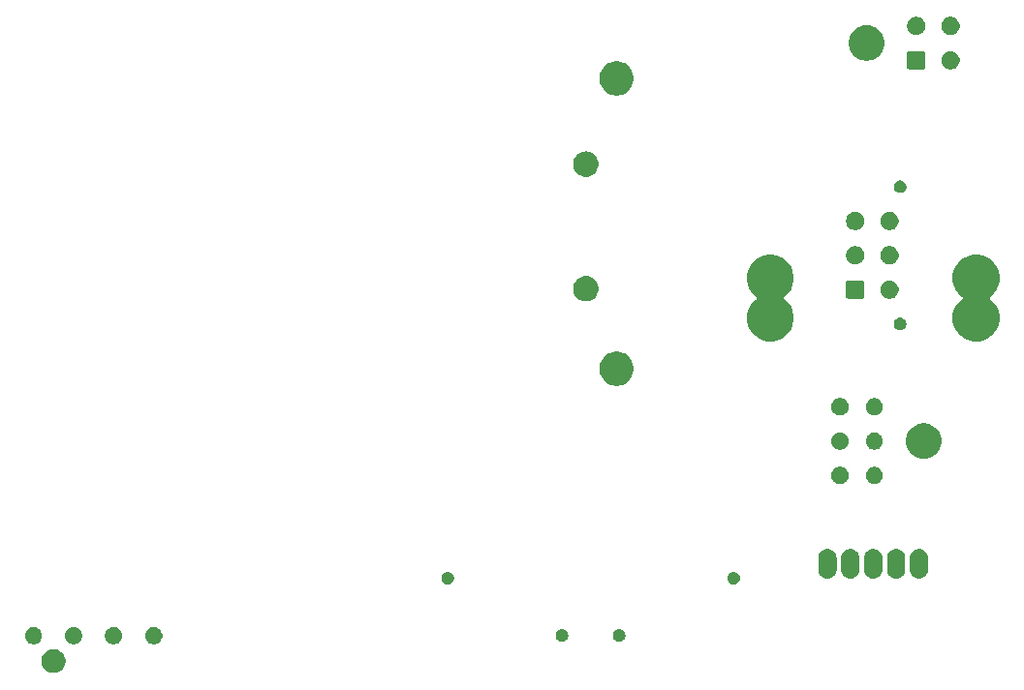
<source format=gbs>
G04 #@! TF.GenerationSoftware,KiCad,Pcbnew,5.1.4-e60b266~84~ubuntu18.04.1*
G04 #@! TF.CreationDate,2020-01-06T17:57:10-05:00*
G04 #@! TF.ProjectId,AIR_MINUS,4149525f-4d49-44e5-9553-2e6b69636164,rev?*
G04 #@! TF.SameCoordinates,Original*
G04 #@! TF.FileFunction,Soldermask,Bot*
G04 #@! TF.FilePolarity,Negative*
%FSLAX46Y46*%
G04 Gerber Fmt 4.6, Leading zero omitted, Abs format (unit mm)*
G04 Created by KiCad (PCBNEW 5.1.4-e60b266~84~ubuntu18.04.1) date 2020-01-06 17:57:10*
%MOMM*%
%LPD*%
G04 APERTURE LIST*
%ADD10C,0.100000*%
G04 APERTURE END LIST*
D10*
G36*
X68025393Y-177047324D02*
G01*
X68214933Y-177125834D01*
X68214935Y-177125835D01*
X68385517Y-177239814D01*
X68530586Y-177384883D01*
X68644566Y-177555467D01*
X68723076Y-177745007D01*
X68763100Y-177946220D01*
X68763100Y-178151380D01*
X68723076Y-178352593D01*
X68644566Y-178542133D01*
X68644565Y-178542135D01*
X68530586Y-178712717D01*
X68385517Y-178857786D01*
X68214935Y-178971765D01*
X68214934Y-178971766D01*
X68214933Y-178971766D01*
X68025393Y-179050276D01*
X67824180Y-179090300D01*
X67619020Y-179090300D01*
X67417807Y-179050276D01*
X67228267Y-178971766D01*
X67228266Y-178971766D01*
X67228265Y-178971765D01*
X67057683Y-178857786D01*
X66912614Y-178712717D01*
X66798635Y-178542135D01*
X66798634Y-178542133D01*
X66720124Y-178352593D01*
X66680100Y-178151380D01*
X66680100Y-177946220D01*
X66720124Y-177745007D01*
X66798634Y-177555467D01*
X66912614Y-177384883D01*
X67057683Y-177239814D01*
X67228265Y-177125835D01*
X67228267Y-177125834D01*
X67417807Y-177047324D01*
X67619020Y-177007300D01*
X67824180Y-177007300D01*
X68025393Y-177047324D01*
X68025393Y-177047324D01*
G37*
G36*
X76566025Y-175073399D02*
G01*
X76690221Y-175098102D01*
X76826622Y-175154601D01*
X76949379Y-175236625D01*
X77053775Y-175341021D01*
X77135799Y-175463778D01*
X77192298Y-175600179D01*
X77221100Y-175744981D01*
X77221100Y-175892619D01*
X77192298Y-176037421D01*
X77135799Y-176173822D01*
X77053775Y-176296579D01*
X76949379Y-176400975D01*
X76826622Y-176482999D01*
X76690221Y-176539498D01*
X76566025Y-176564201D01*
X76545420Y-176568300D01*
X76397780Y-176568300D01*
X76377175Y-176564201D01*
X76252979Y-176539498D01*
X76116578Y-176482999D01*
X75993821Y-176400975D01*
X75889425Y-176296579D01*
X75807401Y-176173822D01*
X75750902Y-176037421D01*
X75722100Y-175892619D01*
X75722100Y-175744981D01*
X75750902Y-175600179D01*
X75807401Y-175463778D01*
X75889425Y-175341021D01*
X75993821Y-175236625D01*
X76116578Y-175154601D01*
X76252979Y-175098102D01*
X76377175Y-175073399D01*
X76397780Y-175069300D01*
X76545420Y-175069300D01*
X76566025Y-175073399D01*
X76566025Y-175073399D01*
G37*
G36*
X69566025Y-175073399D02*
G01*
X69690221Y-175098102D01*
X69826622Y-175154601D01*
X69949379Y-175236625D01*
X70053775Y-175341021D01*
X70135799Y-175463778D01*
X70192298Y-175600179D01*
X70221100Y-175744981D01*
X70221100Y-175892619D01*
X70192298Y-176037421D01*
X70135799Y-176173822D01*
X70053775Y-176296579D01*
X69949379Y-176400975D01*
X69826622Y-176482999D01*
X69690221Y-176539498D01*
X69566025Y-176564201D01*
X69545420Y-176568300D01*
X69397780Y-176568300D01*
X69377175Y-176564201D01*
X69252979Y-176539498D01*
X69116578Y-176482999D01*
X68993821Y-176400975D01*
X68889425Y-176296579D01*
X68807401Y-176173822D01*
X68750902Y-176037421D01*
X68722100Y-175892619D01*
X68722100Y-175744981D01*
X68750902Y-175600179D01*
X68807401Y-175463778D01*
X68889425Y-175341021D01*
X68993821Y-175236625D01*
X69116578Y-175154601D01*
X69252979Y-175098102D01*
X69377175Y-175073399D01*
X69397780Y-175069300D01*
X69545420Y-175069300D01*
X69566025Y-175073399D01*
X69566025Y-175073399D01*
G37*
G36*
X73066025Y-175073399D02*
G01*
X73190221Y-175098102D01*
X73326622Y-175154601D01*
X73449379Y-175236625D01*
X73553775Y-175341021D01*
X73635799Y-175463778D01*
X73692298Y-175600179D01*
X73721100Y-175744981D01*
X73721100Y-175892619D01*
X73692298Y-176037421D01*
X73635799Y-176173822D01*
X73553775Y-176296579D01*
X73449379Y-176400975D01*
X73326622Y-176482999D01*
X73190221Y-176539498D01*
X73066025Y-176564201D01*
X73045420Y-176568300D01*
X72897780Y-176568300D01*
X72877175Y-176564201D01*
X72752979Y-176539498D01*
X72616578Y-176482999D01*
X72493821Y-176400975D01*
X72389425Y-176296579D01*
X72307401Y-176173822D01*
X72250902Y-176037421D01*
X72222100Y-175892619D01*
X72222100Y-175744981D01*
X72250902Y-175600179D01*
X72307401Y-175463778D01*
X72389425Y-175341021D01*
X72493821Y-175236625D01*
X72616578Y-175154601D01*
X72752979Y-175098102D01*
X72877175Y-175073399D01*
X72897780Y-175069300D01*
X73045420Y-175069300D01*
X73066025Y-175073399D01*
X73066025Y-175073399D01*
G37*
G36*
X66066025Y-175073399D02*
G01*
X66190221Y-175098102D01*
X66326622Y-175154601D01*
X66449379Y-175236625D01*
X66553775Y-175341021D01*
X66635799Y-175463778D01*
X66692298Y-175600179D01*
X66721100Y-175744981D01*
X66721100Y-175892619D01*
X66692298Y-176037421D01*
X66635799Y-176173822D01*
X66553775Y-176296579D01*
X66449379Y-176400975D01*
X66326622Y-176482999D01*
X66190221Y-176539498D01*
X66066025Y-176564201D01*
X66045420Y-176568300D01*
X65897780Y-176568300D01*
X65877175Y-176564201D01*
X65752979Y-176539498D01*
X65616578Y-176482999D01*
X65493821Y-176400975D01*
X65389425Y-176296579D01*
X65307401Y-176173822D01*
X65250902Y-176037421D01*
X65222100Y-175892619D01*
X65222100Y-175744981D01*
X65250902Y-175600179D01*
X65307401Y-175463778D01*
X65389425Y-175341021D01*
X65493821Y-175236625D01*
X65616578Y-175154601D01*
X65752979Y-175098102D01*
X65877175Y-175073399D01*
X65897780Y-175069300D01*
X66045420Y-175069300D01*
X66066025Y-175073399D01*
X66066025Y-175073399D01*
G37*
G36*
X112319521Y-175259774D02*
G01*
X112419795Y-175301309D01*
X112419796Y-175301310D01*
X112510042Y-175361610D01*
X112586790Y-175438358D01*
X112586791Y-175438360D01*
X112647091Y-175528605D01*
X112688626Y-175628879D01*
X112709800Y-175735330D01*
X112709800Y-175843870D01*
X112688626Y-175950321D01*
X112647091Y-176050595D01*
X112647090Y-176050596D01*
X112586790Y-176140842D01*
X112510042Y-176217590D01*
X112464612Y-176247945D01*
X112419795Y-176277891D01*
X112319521Y-176319426D01*
X112213070Y-176340600D01*
X112104530Y-176340600D01*
X111998079Y-176319426D01*
X111897805Y-176277891D01*
X111852988Y-176247945D01*
X111807558Y-176217590D01*
X111730810Y-176140842D01*
X111670510Y-176050596D01*
X111670509Y-176050595D01*
X111628974Y-175950321D01*
X111607800Y-175843870D01*
X111607800Y-175735330D01*
X111628974Y-175628879D01*
X111670509Y-175528605D01*
X111730809Y-175438360D01*
X111730810Y-175438358D01*
X111807558Y-175361610D01*
X111897804Y-175301310D01*
X111897805Y-175301309D01*
X111998079Y-175259774D01*
X112104530Y-175238600D01*
X112213070Y-175238600D01*
X112319521Y-175259774D01*
X112319521Y-175259774D01*
G37*
G36*
X117319521Y-175259774D02*
G01*
X117419795Y-175301309D01*
X117419796Y-175301310D01*
X117510042Y-175361610D01*
X117586790Y-175438358D01*
X117586791Y-175438360D01*
X117647091Y-175528605D01*
X117688626Y-175628879D01*
X117709800Y-175735330D01*
X117709800Y-175843870D01*
X117688626Y-175950321D01*
X117647091Y-176050595D01*
X117647090Y-176050596D01*
X117586790Y-176140842D01*
X117510042Y-176217590D01*
X117464612Y-176247945D01*
X117419795Y-176277891D01*
X117319521Y-176319426D01*
X117213070Y-176340600D01*
X117104530Y-176340600D01*
X116998079Y-176319426D01*
X116897805Y-176277891D01*
X116852988Y-176247945D01*
X116807558Y-176217590D01*
X116730810Y-176140842D01*
X116670510Y-176050596D01*
X116670509Y-176050595D01*
X116628974Y-175950321D01*
X116607800Y-175843870D01*
X116607800Y-175735330D01*
X116628974Y-175628879D01*
X116670509Y-175528605D01*
X116730809Y-175438360D01*
X116730810Y-175438358D01*
X116807558Y-175361610D01*
X116897804Y-175301310D01*
X116897805Y-175301309D01*
X116998079Y-175259774D01*
X117104530Y-175238600D01*
X117213070Y-175238600D01*
X117319521Y-175259774D01*
X117319521Y-175259774D01*
G37*
G36*
X127319521Y-170259774D02*
G01*
X127419795Y-170301309D01*
X127419796Y-170301310D01*
X127510042Y-170361610D01*
X127586790Y-170438358D01*
X127586791Y-170438360D01*
X127647091Y-170528605D01*
X127688626Y-170628879D01*
X127709800Y-170735330D01*
X127709800Y-170843870D01*
X127688626Y-170950321D01*
X127647091Y-171050595D01*
X127647090Y-171050596D01*
X127586790Y-171140842D01*
X127510042Y-171217590D01*
X127464612Y-171247945D01*
X127419795Y-171277891D01*
X127319521Y-171319426D01*
X127213070Y-171340600D01*
X127104530Y-171340600D01*
X126998079Y-171319426D01*
X126897805Y-171277891D01*
X126852988Y-171247945D01*
X126807558Y-171217590D01*
X126730810Y-171140842D01*
X126670510Y-171050596D01*
X126670509Y-171050595D01*
X126628974Y-170950321D01*
X126607800Y-170843870D01*
X126607800Y-170735330D01*
X126628974Y-170628879D01*
X126670509Y-170528605D01*
X126730809Y-170438360D01*
X126730810Y-170438358D01*
X126807558Y-170361610D01*
X126897804Y-170301310D01*
X126897805Y-170301309D01*
X126998079Y-170259774D01*
X127104530Y-170238600D01*
X127213070Y-170238600D01*
X127319521Y-170259774D01*
X127319521Y-170259774D01*
G37*
G36*
X102319521Y-170259774D02*
G01*
X102419795Y-170301309D01*
X102419796Y-170301310D01*
X102510042Y-170361610D01*
X102586790Y-170438358D01*
X102586791Y-170438360D01*
X102647091Y-170528605D01*
X102688626Y-170628879D01*
X102709800Y-170735330D01*
X102709800Y-170843870D01*
X102688626Y-170950321D01*
X102647091Y-171050595D01*
X102647090Y-171050596D01*
X102586790Y-171140842D01*
X102510042Y-171217590D01*
X102464612Y-171247945D01*
X102419795Y-171277891D01*
X102319521Y-171319426D01*
X102213070Y-171340600D01*
X102104530Y-171340600D01*
X101998079Y-171319426D01*
X101897805Y-171277891D01*
X101852988Y-171247945D01*
X101807558Y-171217590D01*
X101730810Y-171140842D01*
X101670510Y-171050596D01*
X101670509Y-171050595D01*
X101628974Y-170950321D01*
X101607800Y-170843870D01*
X101607800Y-170735330D01*
X101628974Y-170628879D01*
X101670509Y-170528605D01*
X101730809Y-170438360D01*
X101730810Y-170438358D01*
X101807558Y-170361610D01*
X101897804Y-170301310D01*
X101897805Y-170301309D01*
X101998079Y-170259774D01*
X102104530Y-170238600D01*
X102213070Y-170238600D01*
X102319521Y-170259774D01*
X102319521Y-170259774D01*
G37*
G36*
X139509823Y-168236590D02*
G01*
X139610482Y-168267125D01*
X139660813Y-168282392D01*
X139799965Y-168356771D01*
X139921933Y-168456867D01*
X140022029Y-168578835D01*
X140096408Y-168717987D01*
X140096408Y-168717988D01*
X140142210Y-168868977D01*
X140153800Y-168986655D01*
X140153800Y-170065345D01*
X140142210Y-170183023D01*
X140111675Y-170283682D01*
X140096408Y-170334013D01*
X140081657Y-170361609D01*
X140022029Y-170473165D01*
X139921933Y-170595133D01*
X139799964Y-170695229D01*
X139660812Y-170769608D01*
X139610481Y-170784875D01*
X139509822Y-170815410D01*
X139352800Y-170830875D01*
X139195777Y-170815410D01*
X139095118Y-170784875D01*
X139044787Y-170769608D01*
X138905635Y-170695229D01*
X138783667Y-170595133D01*
X138683571Y-170473164D01*
X138609193Y-170334013D01*
X138609192Y-170334012D01*
X138586673Y-170259775D01*
X138563390Y-170183022D01*
X138551800Y-170065344D01*
X138551801Y-168986655D01*
X138563391Y-168868977D01*
X138609193Y-168717988D01*
X138609193Y-168717987D01*
X138683572Y-168578835D01*
X138783668Y-168456867D01*
X138905636Y-168356771D01*
X139044788Y-168282392D01*
X139095119Y-168267125D01*
X139195778Y-168236590D01*
X139352800Y-168221125D01*
X139509823Y-168236590D01*
X139509823Y-168236590D01*
G37*
G36*
X135509823Y-168236590D02*
G01*
X135610482Y-168267125D01*
X135660813Y-168282392D01*
X135799965Y-168356771D01*
X135921933Y-168456867D01*
X136022029Y-168578835D01*
X136096408Y-168717987D01*
X136096408Y-168717988D01*
X136142210Y-168868977D01*
X136153800Y-168986655D01*
X136153800Y-170065345D01*
X136142210Y-170183023D01*
X136111675Y-170283682D01*
X136096408Y-170334013D01*
X136081657Y-170361609D01*
X136022029Y-170473165D01*
X135921933Y-170595133D01*
X135799964Y-170695229D01*
X135660812Y-170769608D01*
X135610481Y-170784875D01*
X135509822Y-170815410D01*
X135352800Y-170830875D01*
X135195777Y-170815410D01*
X135095118Y-170784875D01*
X135044787Y-170769608D01*
X134905635Y-170695229D01*
X134783667Y-170595133D01*
X134683571Y-170473164D01*
X134609193Y-170334013D01*
X134609192Y-170334012D01*
X134586673Y-170259775D01*
X134563390Y-170183022D01*
X134551800Y-170065344D01*
X134551801Y-168986655D01*
X134563391Y-168868977D01*
X134609193Y-168717988D01*
X134609193Y-168717987D01*
X134683572Y-168578835D01*
X134783668Y-168456867D01*
X134905636Y-168356771D01*
X135044788Y-168282392D01*
X135095119Y-168267125D01*
X135195778Y-168236590D01*
X135352800Y-168221125D01*
X135509823Y-168236590D01*
X135509823Y-168236590D01*
G37*
G36*
X137509823Y-168236590D02*
G01*
X137610482Y-168267125D01*
X137660813Y-168282392D01*
X137799965Y-168356771D01*
X137921933Y-168456867D01*
X138022029Y-168578835D01*
X138096408Y-168717987D01*
X138096408Y-168717988D01*
X138142210Y-168868977D01*
X138153800Y-168986655D01*
X138153800Y-170065345D01*
X138142210Y-170183023D01*
X138111675Y-170283682D01*
X138096408Y-170334013D01*
X138081657Y-170361609D01*
X138022029Y-170473165D01*
X137921933Y-170595133D01*
X137799964Y-170695229D01*
X137660812Y-170769608D01*
X137610481Y-170784875D01*
X137509822Y-170815410D01*
X137352800Y-170830875D01*
X137195777Y-170815410D01*
X137095118Y-170784875D01*
X137044787Y-170769608D01*
X136905635Y-170695229D01*
X136783667Y-170595133D01*
X136683571Y-170473164D01*
X136609193Y-170334013D01*
X136609192Y-170334012D01*
X136586673Y-170259775D01*
X136563390Y-170183022D01*
X136551800Y-170065344D01*
X136551801Y-168986655D01*
X136563391Y-168868977D01*
X136609193Y-168717988D01*
X136609193Y-168717987D01*
X136683572Y-168578835D01*
X136783668Y-168456867D01*
X136905636Y-168356771D01*
X137044788Y-168282392D01*
X137095119Y-168267125D01*
X137195778Y-168236590D01*
X137352800Y-168221125D01*
X137509823Y-168236590D01*
X137509823Y-168236590D01*
G37*
G36*
X141509823Y-168236590D02*
G01*
X141610482Y-168267125D01*
X141660813Y-168282392D01*
X141799965Y-168356771D01*
X141921933Y-168456867D01*
X142022029Y-168578835D01*
X142096408Y-168717987D01*
X142096408Y-168717988D01*
X142142210Y-168868977D01*
X142153800Y-168986655D01*
X142153800Y-170065345D01*
X142142210Y-170183023D01*
X142111675Y-170283682D01*
X142096408Y-170334013D01*
X142081657Y-170361609D01*
X142022029Y-170473165D01*
X141921933Y-170595133D01*
X141799964Y-170695229D01*
X141660812Y-170769608D01*
X141610481Y-170784875D01*
X141509822Y-170815410D01*
X141352800Y-170830875D01*
X141195777Y-170815410D01*
X141095118Y-170784875D01*
X141044787Y-170769608D01*
X140905635Y-170695229D01*
X140783667Y-170595133D01*
X140683571Y-170473164D01*
X140609193Y-170334013D01*
X140609192Y-170334012D01*
X140586673Y-170259775D01*
X140563390Y-170183022D01*
X140551800Y-170065344D01*
X140551801Y-168986655D01*
X140563391Y-168868977D01*
X140609193Y-168717988D01*
X140609193Y-168717987D01*
X140683572Y-168578835D01*
X140783668Y-168456867D01*
X140905636Y-168356771D01*
X141044788Y-168282392D01*
X141095119Y-168267125D01*
X141195778Y-168236590D01*
X141352800Y-168221125D01*
X141509823Y-168236590D01*
X141509823Y-168236590D01*
G37*
G36*
X143509823Y-168236590D02*
G01*
X143610482Y-168267125D01*
X143660813Y-168282392D01*
X143799965Y-168356771D01*
X143921933Y-168456867D01*
X144022029Y-168578835D01*
X144096408Y-168717987D01*
X144096408Y-168717988D01*
X144142210Y-168868977D01*
X144153800Y-168986655D01*
X144153800Y-170065345D01*
X144142210Y-170183023D01*
X144111675Y-170283682D01*
X144096408Y-170334013D01*
X144081657Y-170361609D01*
X144022029Y-170473165D01*
X143921933Y-170595133D01*
X143799964Y-170695229D01*
X143660812Y-170769608D01*
X143610481Y-170784875D01*
X143509822Y-170815410D01*
X143352800Y-170830875D01*
X143195777Y-170815410D01*
X143095118Y-170784875D01*
X143044787Y-170769608D01*
X142905635Y-170695229D01*
X142783667Y-170595133D01*
X142683571Y-170473164D01*
X142609193Y-170334013D01*
X142609192Y-170334012D01*
X142586673Y-170259775D01*
X142563390Y-170183022D01*
X142551800Y-170065344D01*
X142551801Y-168986655D01*
X142563391Y-168868977D01*
X142609193Y-168717988D01*
X142609193Y-168717987D01*
X142683572Y-168578835D01*
X142783668Y-168456867D01*
X142905636Y-168356771D01*
X143044788Y-168282392D01*
X143095119Y-168267125D01*
X143195778Y-168236590D01*
X143352800Y-168221125D01*
X143509823Y-168236590D01*
X143509823Y-168236590D01*
G37*
G36*
X139663059Y-161078660D02*
G01*
X139799732Y-161135272D01*
X139922735Y-161217460D01*
X140027340Y-161322065D01*
X140109528Y-161445068D01*
X140166140Y-161581741D01*
X140195000Y-161726833D01*
X140195000Y-161874767D01*
X140166140Y-162019859D01*
X140109528Y-162156532D01*
X140027340Y-162279535D01*
X139922735Y-162384140D01*
X139799732Y-162466328D01*
X139799731Y-162466329D01*
X139799730Y-162466329D01*
X139663059Y-162522940D01*
X139517968Y-162551800D01*
X139370032Y-162551800D01*
X139224941Y-162522940D01*
X139088270Y-162466329D01*
X139088269Y-162466329D01*
X139088268Y-162466328D01*
X138965265Y-162384140D01*
X138860660Y-162279535D01*
X138778472Y-162156532D01*
X138721860Y-162019859D01*
X138693000Y-161874767D01*
X138693000Y-161726833D01*
X138721860Y-161581741D01*
X138778472Y-161445068D01*
X138860660Y-161322065D01*
X138965265Y-161217460D01*
X139088268Y-161135272D01*
X139224941Y-161078660D01*
X139370032Y-161049800D01*
X139517968Y-161049800D01*
X139663059Y-161078660D01*
X139663059Y-161078660D01*
G37*
G36*
X136663059Y-161078660D02*
G01*
X136799732Y-161135272D01*
X136922735Y-161217460D01*
X137027340Y-161322065D01*
X137109528Y-161445068D01*
X137166140Y-161581741D01*
X137195000Y-161726833D01*
X137195000Y-161874767D01*
X137166140Y-162019859D01*
X137109528Y-162156532D01*
X137027340Y-162279535D01*
X136922735Y-162384140D01*
X136799732Y-162466328D01*
X136799731Y-162466329D01*
X136799730Y-162466329D01*
X136663059Y-162522940D01*
X136517968Y-162551800D01*
X136370032Y-162551800D01*
X136224941Y-162522940D01*
X136088270Y-162466329D01*
X136088269Y-162466329D01*
X136088268Y-162466328D01*
X135965265Y-162384140D01*
X135860660Y-162279535D01*
X135778472Y-162156532D01*
X135721860Y-162019859D01*
X135693000Y-161874767D01*
X135693000Y-161726833D01*
X135721860Y-161581741D01*
X135778472Y-161445068D01*
X135860660Y-161322065D01*
X135965265Y-161217460D01*
X136088268Y-161135272D01*
X136224941Y-161078660D01*
X136370032Y-161049800D01*
X136517968Y-161049800D01*
X136663059Y-161078660D01*
X136663059Y-161078660D01*
G37*
G36*
X144066585Y-157279602D02*
G01*
X144216410Y-157309404D01*
X144498674Y-157426321D01*
X144752705Y-157596059D01*
X144968741Y-157812095D01*
X145138479Y-158066126D01*
X145255396Y-158348390D01*
X145315000Y-158648040D01*
X145315000Y-158953560D01*
X145255396Y-159253210D01*
X145138479Y-159535474D01*
X144968741Y-159789505D01*
X144752705Y-160005541D01*
X144498674Y-160175279D01*
X144216410Y-160292196D01*
X144066585Y-160321998D01*
X143916761Y-160351800D01*
X143611239Y-160351800D01*
X143461415Y-160321998D01*
X143311590Y-160292196D01*
X143029326Y-160175279D01*
X142775295Y-160005541D01*
X142559259Y-159789505D01*
X142389521Y-159535474D01*
X142272604Y-159253210D01*
X142213000Y-158953560D01*
X142213000Y-158648040D01*
X142272604Y-158348390D01*
X142389521Y-158066126D01*
X142559259Y-157812095D01*
X142775295Y-157596059D01*
X143029326Y-157426321D01*
X143311590Y-157309404D01*
X143461415Y-157279602D01*
X143611239Y-157249800D01*
X143916761Y-157249800D01*
X144066585Y-157279602D01*
X144066585Y-157279602D01*
G37*
G36*
X139663059Y-158078660D02*
G01*
X139799732Y-158135272D01*
X139922735Y-158217460D01*
X140027340Y-158322065D01*
X140044930Y-158348391D01*
X140109529Y-158445070D01*
X140166140Y-158581741D01*
X140195000Y-158726832D01*
X140195000Y-158874768D01*
X140179327Y-158953561D01*
X140166140Y-159019859D01*
X140109528Y-159156532D01*
X140027340Y-159279535D01*
X139922735Y-159384140D01*
X139799732Y-159466328D01*
X139799731Y-159466329D01*
X139799730Y-159466329D01*
X139663059Y-159522940D01*
X139517968Y-159551800D01*
X139370032Y-159551800D01*
X139224941Y-159522940D01*
X139088270Y-159466329D01*
X139088269Y-159466329D01*
X139088268Y-159466328D01*
X138965265Y-159384140D01*
X138860660Y-159279535D01*
X138778472Y-159156532D01*
X138721860Y-159019859D01*
X138708673Y-158953561D01*
X138693000Y-158874768D01*
X138693000Y-158726832D01*
X138721860Y-158581741D01*
X138778471Y-158445070D01*
X138843070Y-158348391D01*
X138860660Y-158322065D01*
X138965265Y-158217460D01*
X139088268Y-158135272D01*
X139224941Y-158078660D01*
X139370032Y-158049800D01*
X139517968Y-158049800D01*
X139663059Y-158078660D01*
X139663059Y-158078660D01*
G37*
G36*
X136663059Y-158078660D02*
G01*
X136799732Y-158135272D01*
X136922735Y-158217460D01*
X137027340Y-158322065D01*
X137044930Y-158348391D01*
X137109529Y-158445070D01*
X137166140Y-158581741D01*
X137195000Y-158726832D01*
X137195000Y-158874768D01*
X137179327Y-158953561D01*
X137166140Y-159019859D01*
X137109528Y-159156532D01*
X137027340Y-159279535D01*
X136922735Y-159384140D01*
X136799732Y-159466328D01*
X136799731Y-159466329D01*
X136799730Y-159466329D01*
X136663059Y-159522940D01*
X136517968Y-159551800D01*
X136370032Y-159551800D01*
X136224941Y-159522940D01*
X136088270Y-159466329D01*
X136088269Y-159466329D01*
X136088268Y-159466328D01*
X135965265Y-159384140D01*
X135860660Y-159279535D01*
X135778472Y-159156532D01*
X135721860Y-159019859D01*
X135708673Y-158953561D01*
X135693000Y-158874768D01*
X135693000Y-158726832D01*
X135721860Y-158581741D01*
X135778471Y-158445070D01*
X135843070Y-158348391D01*
X135860660Y-158322065D01*
X135965265Y-158217460D01*
X136088268Y-158135272D01*
X136224941Y-158078660D01*
X136370032Y-158049800D01*
X136517968Y-158049800D01*
X136663059Y-158078660D01*
X136663059Y-158078660D01*
G37*
G36*
X139663059Y-155078660D02*
G01*
X139799732Y-155135272D01*
X139922735Y-155217460D01*
X140027340Y-155322065D01*
X140109528Y-155445068D01*
X140166140Y-155581741D01*
X140195000Y-155726833D01*
X140195000Y-155874767D01*
X140166140Y-156019859D01*
X140109528Y-156156532D01*
X140027340Y-156279535D01*
X139922735Y-156384140D01*
X139799732Y-156466328D01*
X139799731Y-156466329D01*
X139799730Y-156466329D01*
X139663059Y-156522940D01*
X139517968Y-156551800D01*
X139370032Y-156551800D01*
X139224941Y-156522940D01*
X139088270Y-156466329D01*
X139088269Y-156466329D01*
X139088268Y-156466328D01*
X138965265Y-156384140D01*
X138860660Y-156279535D01*
X138778472Y-156156532D01*
X138721860Y-156019859D01*
X138693000Y-155874767D01*
X138693000Y-155726833D01*
X138721860Y-155581741D01*
X138778472Y-155445068D01*
X138860660Y-155322065D01*
X138965265Y-155217460D01*
X139088268Y-155135272D01*
X139224941Y-155078660D01*
X139370032Y-155049800D01*
X139517968Y-155049800D01*
X139663059Y-155078660D01*
X139663059Y-155078660D01*
G37*
G36*
X136663059Y-155078660D02*
G01*
X136799732Y-155135272D01*
X136922735Y-155217460D01*
X137027340Y-155322065D01*
X137109528Y-155445068D01*
X137166140Y-155581741D01*
X137195000Y-155726833D01*
X137195000Y-155874767D01*
X137166140Y-156019859D01*
X137109528Y-156156532D01*
X137027340Y-156279535D01*
X136922735Y-156384140D01*
X136799732Y-156466328D01*
X136799731Y-156466329D01*
X136799730Y-156466329D01*
X136663059Y-156522940D01*
X136517968Y-156551800D01*
X136370032Y-156551800D01*
X136224941Y-156522940D01*
X136088270Y-156466329D01*
X136088269Y-156466329D01*
X136088268Y-156466328D01*
X135965265Y-156384140D01*
X135860660Y-156279535D01*
X135778472Y-156156532D01*
X135721860Y-156019859D01*
X135693000Y-155874767D01*
X135693000Y-155726833D01*
X135721860Y-155581741D01*
X135778472Y-155445068D01*
X135860660Y-155322065D01*
X135965265Y-155217460D01*
X136088268Y-155135272D01*
X136224941Y-155078660D01*
X136370032Y-155049800D01*
X136517968Y-155049800D01*
X136663059Y-155078660D01*
X136663059Y-155078660D01*
G37*
G36*
X117212031Y-151004041D02*
G01*
X117357026Y-151032882D01*
X117470174Y-151079750D01*
X117630189Y-151146030D01*
X117630190Y-151146031D01*
X117876032Y-151310297D01*
X118085103Y-151519368D01*
X118085104Y-151519370D01*
X118249370Y-151765211D01*
X118362518Y-152038375D01*
X118420200Y-152328363D01*
X118420200Y-152624037D01*
X118362518Y-152914025D01*
X118249370Y-153187189D01*
X118249369Y-153187190D01*
X118085103Y-153433032D01*
X117876032Y-153642103D01*
X117752276Y-153724794D01*
X117630189Y-153806370D01*
X117470174Y-153872650D01*
X117357026Y-153919518D01*
X117212031Y-153948359D01*
X117067037Y-153977200D01*
X116771363Y-153977200D01*
X116626369Y-153948359D01*
X116481374Y-153919518D01*
X116368226Y-153872650D01*
X116208211Y-153806370D01*
X116086124Y-153724794D01*
X115962368Y-153642103D01*
X115753297Y-153433032D01*
X115589031Y-153187190D01*
X115589030Y-153187189D01*
X115475882Y-152914025D01*
X115418200Y-152624037D01*
X115418200Y-152328363D01*
X115475882Y-152038375D01*
X115589030Y-151765211D01*
X115753296Y-151519370D01*
X115753297Y-151519368D01*
X115962368Y-151310297D01*
X116208210Y-151146031D01*
X116208211Y-151146030D01*
X116368226Y-151079750D01*
X116481374Y-151032882D01*
X116626369Y-151004041D01*
X116771363Y-150975200D01*
X117067037Y-150975200D01*
X117212031Y-151004041D01*
X117212031Y-151004041D01*
G37*
G36*
X130951054Y-142553818D02*
G01*
X131112987Y-142620893D01*
X131324313Y-142708427D01*
X131643070Y-142921414D01*
X131660236Y-142932884D01*
X131945916Y-143218564D01*
X132170374Y-143554489D01*
X132324982Y-143927746D01*
X132403800Y-144323993D01*
X132403800Y-144728007D01*
X132324982Y-145124254D01*
X132184624Y-145463108D01*
X132170373Y-145497513D01*
X132087933Y-145620893D01*
X131945916Y-145833436D01*
X131660234Y-146119118D01*
X131580990Y-146172067D01*
X131562048Y-146187612D01*
X131546502Y-146206554D01*
X131534951Y-146228165D01*
X131527838Y-146251614D01*
X131525436Y-146276000D01*
X131527838Y-146300386D01*
X131534951Y-146323835D01*
X131546502Y-146345445D01*
X131562047Y-146364387D01*
X131580990Y-146379933D01*
X131660234Y-146432882D01*
X131945916Y-146718564D01*
X132170374Y-147054489D01*
X132324982Y-147427746D01*
X132403800Y-147823993D01*
X132403800Y-148228007D01*
X132324982Y-148624254D01*
X132181773Y-148969991D01*
X132170373Y-148997513D01*
X131945916Y-149333436D01*
X131660236Y-149619116D01*
X131324313Y-149843573D01*
X131324312Y-149843574D01*
X131324311Y-149843574D01*
X130951054Y-149998182D01*
X130554807Y-150077000D01*
X130150793Y-150077000D01*
X129754546Y-149998182D01*
X129381289Y-149843574D01*
X129381288Y-149843574D01*
X129381287Y-149843573D01*
X129045364Y-149619116D01*
X128759684Y-149333436D01*
X128535227Y-148997513D01*
X128523827Y-148969991D01*
X128380618Y-148624254D01*
X128301800Y-148228007D01*
X128301800Y-147823993D01*
X128380618Y-147427746D01*
X128535226Y-147054489D01*
X128759684Y-146718564D01*
X129045366Y-146432882D01*
X129124610Y-146379933D01*
X129143552Y-146364388D01*
X129159098Y-146345446D01*
X129170649Y-146323835D01*
X129177762Y-146300386D01*
X129180164Y-146276000D01*
X129177762Y-146251614D01*
X129170649Y-146228165D01*
X129159098Y-146206555D01*
X129143553Y-146187613D01*
X129124610Y-146172067D01*
X129045366Y-146119118D01*
X128759684Y-145833436D01*
X128617667Y-145620893D01*
X128535227Y-145497513D01*
X128520976Y-145463108D01*
X128380618Y-145124254D01*
X128301800Y-144728007D01*
X128301800Y-144323993D01*
X128380618Y-143927746D01*
X128535226Y-143554489D01*
X128759684Y-143218564D01*
X129045364Y-142932884D01*
X129062530Y-142921414D01*
X129381287Y-142708427D01*
X129592613Y-142620893D01*
X129754546Y-142553818D01*
X130150793Y-142475000D01*
X130554807Y-142475000D01*
X130951054Y-142553818D01*
X130951054Y-142553818D01*
G37*
G36*
X148951054Y-142553818D02*
G01*
X149112987Y-142620893D01*
X149324313Y-142708427D01*
X149643070Y-142921414D01*
X149660236Y-142932884D01*
X149945916Y-143218564D01*
X150170374Y-143554489D01*
X150324982Y-143927746D01*
X150403800Y-144323993D01*
X150403800Y-144728007D01*
X150324982Y-145124254D01*
X150184624Y-145463108D01*
X150170373Y-145497513D01*
X150087933Y-145620893D01*
X149945916Y-145833436D01*
X149660234Y-146119118D01*
X149580990Y-146172067D01*
X149562048Y-146187612D01*
X149546502Y-146206554D01*
X149534951Y-146228165D01*
X149527838Y-146251614D01*
X149525436Y-146276000D01*
X149527838Y-146300386D01*
X149534951Y-146323835D01*
X149546502Y-146345445D01*
X149562047Y-146364387D01*
X149580990Y-146379933D01*
X149660234Y-146432882D01*
X149945916Y-146718564D01*
X150170374Y-147054489D01*
X150324982Y-147427746D01*
X150403800Y-147823993D01*
X150403800Y-148228007D01*
X150324982Y-148624254D01*
X150181773Y-148969991D01*
X150170373Y-148997513D01*
X149945916Y-149333436D01*
X149660236Y-149619116D01*
X149324313Y-149843573D01*
X149324312Y-149843574D01*
X149324311Y-149843574D01*
X148951054Y-149998182D01*
X148554807Y-150077000D01*
X148150793Y-150077000D01*
X147754546Y-149998182D01*
X147381289Y-149843574D01*
X147381288Y-149843574D01*
X147381287Y-149843573D01*
X147045364Y-149619116D01*
X146759684Y-149333436D01*
X146535227Y-148997513D01*
X146523827Y-148969991D01*
X146380618Y-148624254D01*
X146301800Y-148228007D01*
X146301800Y-147823993D01*
X146380618Y-147427746D01*
X146535226Y-147054489D01*
X146759684Y-146718564D01*
X147045366Y-146432882D01*
X147124610Y-146379933D01*
X147143552Y-146364388D01*
X147159098Y-146345446D01*
X147170649Y-146323835D01*
X147177762Y-146300386D01*
X147180164Y-146276000D01*
X147177762Y-146251614D01*
X147170649Y-146228165D01*
X147159098Y-146206555D01*
X147143553Y-146187613D01*
X147124610Y-146172067D01*
X147045366Y-146119118D01*
X146759684Y-145833436D01*
X146617667Y-145620893D01*
X146535227Y-145497513D01*
X146520976Y-145463108D01*
X146380618Y-145124254D01*
X146301800Y-144728007D01*
X146301800Y-144323993D01*
X146380618Y-143927746D01*
X146535226Y-143554489D01*
X146759684Y-143218564D01*
X147045364Y-142932884D01*
X147062530Y-142921414D01*
X147381287Y-142708427D01*
X147592613Y-142620893D01*
X147754546Y-142553818D01*
X148150793Y-142475000D01*
X148554807Y-142475000D01*
X148951054Y-142553818D01*
X148951054Y-142553818D01*
G37*
G36*
X141870321Y-148012174D02*
G01*
X141970595Y-148053709D01*
X141970596Y-148053710D01*
X142060842Y-148114010D01*
X142137590Y-148190758D01*
X142137591Y-148190760D01*
X142197891Y-148281005D01*
X142239426Y-148381279D01*
X142260600Y-148487730D01*
X142260600Y-148596270D01*
X142239426Y-148702721D01*
X142197891Y-148802995D01*
X142197890Y-148802996D01*
X142137590Y-148893242D01*
X142060842Y-148969990D01*
X142019654Y-148997511D01*
X141970595Y-149030291D01*
X141870321Y-149071826D01*
X141763870Y-149093000D01*
X141655330Y-149093000D01*
X141548879Y-149071826D01*
X141448605Y-149030291D01*
X141399546Y-148997511D01*
X141358358Y-148969990D01*
X141281610Y-148893242D01*
X141221310Y-148802996D01*
X141221309Y-148802995D01*
X141179774Y-148702721D01*
X141158600Y-148596270D01*
X141158600Y-148487730D01*
X141179774Y-148381279D01*
X141221309Y-148281005D01*
X141281609Y-148190760D01*
X141281610Y-148190758D01*
X141358358Y-148114010D01*
X141448604Y-148053710D01*
X141448605Y-148053709D01*
X141548879Y-148012174D01*
X141655330Y-147991000D01*
X141763870Y-147991000D01*
X141870321Y-148012174D01*
X141870321Y-148012174D01*
G37*
G36*
X114430172Y-144372432D02*
G01*
X114573267Y-144400895D01*
X114775456Y-144484644D01*
X114957421Y-144606230D01*
X115112170Y-144760979D01*
X115233756Y-144942944D01*
X115317505Y-145145133D01*
X115360200Y-145359776D01*
X115360200Y-145578624D01*
X115317505Y-145793267D01*
X115233756Y-145995456D01*
X115112170Y-146177421D01*
X114957421Y-146332170D01*
X114775456Y-146453756D01*
X114573267Y-146537505D01*
X114430172Y-146565968D01*
X114358625Y-146580200D01*
X114139775Y-146580200D01*
X114068228Y-146565968D01*
X113925133Y-146537505D01*
X113722944Y-146453756D01*
X113540979Y-146332170D01*
X113386230Y-146177421D01*
X113264644Y-145995456D01*
X113180895Y-145793267D01*
X113138200Y-145578624D01*
X113138200Y-145359776D01*
X113180895Y-145145133D01*
X113264644Y-144942944D01*
X113386230Y-144760979D01*
X113540979Y-144606230D01*
X113722944Y-144484644D01*
X113925133Y-144400895D01*
X114068228Y-144372432D01*
X114139775Y-144358200D01*
X114358625Y-144358200D01*
X114430172Y-144372432D01*
X114430172Y-144372432D01*
G37*
G36*
X141003242Y-144771781D02*
G01*
X141126808Y-144822964D01*
X141149016Y-144832163D01*
X141280208Y-144919822D01*
X141391778Y-145031392D01*
X141467778Y-145145135D01*
X141479438Y-145162586D01*
X141539819Y-145308358D01*
X141570600Y-145463107D01*
X141570600Y-145620893D01*
X141539819Y-145775642D01*
X141479438Y-145921414D01*
X141479437Y-145921416D01*
X141391778Y-146052608D01*
X141280208Y-146164178D01*
X141149016Y-146251837D01*
X141149015Y-146251838D01*
X141149014Y-146251838D01*
X141003242Y-146312219D01*
X140848493Y-146343000D01*
X140690707Y-146343000D01*
X140535958Y-146312219D01*
X140390186Y-146251838D01*
X140390185Y-146251838D01*
X140390184Y-146251837D01*
X140258992Y-146164178D01*
X140147422Y-146052608D01*
X140059763Y-145921416D01*
X140059762Y-145921414D01*
X139999381Y-145775642D01*
X139968600Y-145620893D01*
X139968600Y-145463107D01*
X139999381Y-145308358D01*
X140059762Y-145162586D01*
X140071422Y-145145135D01*
X140147422Y-145031392D01*
X140258992Y-144919822D01*
X140390184Y-144832163D01*
X140412392Y-144822964D01*
X140535958Y-144771781D01*
X140690707Y-144741000D01*
X140848493Y-144741000D01*
X141003242Y-144771781D01*
X141003242Y-144771781D01*
G37*
G36*
X138422648Y-144745122D02*
G01*
X138456987Y-144755539D01*
X138488636Y-144772456D01*
X138516378Y-144795222D01*
X138539144Y-144822964D01*
X138556061Y-144854613D01*
X138566478Y-144888952D01*
X138570600Y-144930807D01*
X138570600Y-146153193D01*
X138566478Y-146195048D01*
X138556061Y-146229387D01*
X138539144Y-146261036D01*
X138516378Y-146288778D01*
X138488636Y-146311544D01*
X138456987Y-146328461D01*
X138422648Y-146338878D01*
X138380793Y-146343000D01*
X137158407Y-146343000D01*
X137116552Y-146338878D01*
X137082213Y-146328461D01*
X137050564Y-146311544D01*
X137022822Y-146288778D01*
X137000056Y-146261036D01*
X136983139Y-146229387D01*
X136972722Y-146195048D01*
X136968600Y-146153193D01*
X136968600Y-144930807D01*
X136972722Y-144888952D01*
X136983139Y-144854613D01*
X137000056Y-144822964D01*
X137022822Y-144795222D01*
X137050564Y-144772456D01*
X137082213Y-144755539D01*
X137116552Y-144745122D01*
X137158407Y-144741000D01*
X138380793Y-144741000D01*
X138422648Y-144745122D01*
X138422648Y-144745122D01*
G37*
G36*
X141003242Y-141771781D02*
G01*
X141149014Y-141832162D01*
X141149016Y-141832163D01*
X141280208Y-141919822D01*
X141391778Y-142031392D01*
X141479437Y-142162584D01*
X141479438Y-142162586D01*
X141539819Y-142308358D01*
X141570600Y-142463107D01*
X141570600Y-142620893D01*
X141539819Y-142775642D01*
X141479438Y-142921414D01*
X141479437Y-142921416D01*
X141391778Y-143052608D01*
X141280208Y-143164178D01*
X141149016Y-143251837D01*
X141149015Y-143251838D01*
X141149014Y-143251838D01*
X141003242Y-143312219D01*
X140848493Y-143343000D01*
X140690707Y-143343000D01*
X140535958Y-143312219D01*
X140390186Y-143251838D01*
X140390185Y-143251838D01*
X140390184Y-143251837D01*
X140258992Y-143164178D01*
X140147422Y-143052608D01*
X140059763Y-142921416D01*
X140059762Y-142921414D01*
X139999381Y-142775642D01*
X139968600Y-142620893D01*
X139968600Y-142463107D01*
X139999381Y-142308358D01*
X140059762Y-142162586D01*
X140059763Y-142162584D01*
X140147422Y-142031392D01*
X140258992Y-141919822D01*
X140390184Y-141832163D01*
X140390186Y-141832162D01*
X140535958Y-141771781D01*
X140690707Y-141741000D01*
X140848493Y-141741000D01*
X141003242Y-141771781D01*
X141003242Y-141771781D01*
G37*
G36*
X138003242Y-141771781D02*
G01*
X138149014Y-141832162D01*
X138149016Y-141832163D01*
X138280208Y-141919822D01*
X138391778Y-142031392D01*
X138479437Y-142162584D01*
X138479438Y-142162586D01*
X138539819Y-142308358D01*
X138570600Y-142463107D01*
X138570600Y-142620893D01*
X138539819Y-142775642D01*
X138479438Y-142921414D01*
X138479437Y-142921416D01*
X138391778Y-143052608D01*
X138280208Y-143164178D01*
X138149016Y-143251837D01*
X138149015Y-143251838D01*
X138149014Y-143251838D01*
X138003242Y-143312219D01*
X137848493Y-143343000D01*
X137690707Y-143343000D01*
X137535958Y-143312219D01*
X137390186Y-143251838D01*
X137390185Y-143251838D01*
X137390184Y-143251837D01*
X137258992Y-143164178D01*
X137147422Y-143052608D01*
X137059763Y-142921416D01*
X137059762Y-142921414D01*
X136999381Y-142775642D01*
X136968600Y-142620893D01*
X136968600Y-142463107D01*
X136999381Y-142308358D01*
X137059762Y-142162586D01*
X137059763Y-142162584D01*
X137147422Y-142031392D01*
X137258992Y-141919822D01*
X137390184Y-141832163D01*
X137390186Y-141832162D01*
X137535958Y-141771781D01*
X137690707Y-141741000D01*
X137848493Y-141741000D01*
X138003242Y-141771781D01*
X138003242Y-141771781D01*
G37*
G36*
X141003242Y-138771781D02*
G01*
X141149014Y-138832162D01*
X141149016Y-138832163D01*
X141280208Y-138919822D01*
X141391778Y-139031392D01*
X141479437Y-139162584D01*
X141479438Y-139162586D01*
X141539819Y-139308358D01*
X141570600Y-139463107D01*
X141570600Y-139620893D01*
X141539819Y-139775642D01*
X141479438Y-139921414D01*
X141479437Y-139921416D01*
X141391778Y-140052608D01*
X141280208Y-140164178D01*
X141149016Y-140251837D01*
X141149015Y-140251838D01*
X141149014Y-140251838D01*
X141003242Y-140312219D01*
X140848493Y-140343000D01*
X140690707Y-140343000D01*
X140535958Y-140312219D01*
X140390186Y-140251838D01*
X140390185Y-140251838D01*
X140390184Y-140251837D01*
X140258992Y-140164178D01*
X140147422Y-140052608D01*
X140059763Y-139921416D01*
X140059762Y-139921414D01*
X139999381Y-139775642D01*
X139968600Y-139620893D01*
X139968600Y-139463107D01*
X139999381Y-139308358D01*
X140059762Y-139162586D01*
X140059763Y-139162584D01*
X140147422Y-139031392D01*
X140258992Y-138919822D01*
X140390184Y-138832163D01*
X140390186Y-138832162D01*
X140535958Y-138771781D01*
X140690707Y-138741000D01*
X140848493Y-138741000D01*
X141003242Y-138771781D01*
X141003242Y-138771781D01*
G37*
G36*
X138003242Y-138771781D02*
G01*
X138149014Y-138832162D01*
X138149016Y-138832163D01*
X138280208Y-138919822D01*
X138391778Y-139031392D01*
X138479437Y-139162584D01*
X138479438Y-139162586D01*
X138539819Y-139308358D01*
X138570600Y-139463107D01*
X138570600Y-139620893D01*
X138539819Y-139775642D01*
X138479438Y-139921414D01*
X138479437Y-139921416D01*
X138391778Y-140052608D01*
X138280208Y-140164178D01*
X138149016Y-140251837D01*
X138149015Y-140251838D01*
X138149014Y-140251838D01*
X138003242Y-140312219D01*
X137848493Y-140343000D01*
X137690707Y-140343000D01*
X137535958Y-140312219D01*
X137390186Y-140251838D01*
X137390185Y-140251838D01*
X137390184Y-140251837D01*
X137258992Y-140164178D01*
X137147422Y-140052608D01*
X137059763Y-139921416D01*
X137059762Y-139921414D01*
X136999381Y-139775642D01*
X136968600Y-139620893D01*
X136968600Y-139463107D01*
X136999381Y-139308358D01*
X137059762Y-139162586D01*
X137059763Y-139162584D01*
X137147422Y-139031392D01*
X137258992Y-138919822D01*
X137390184Y-138832163D01*
X137390186Y-138832162D01*
X137535958Y-138771781D01*
X137690707Y-138741000D01*
X137848493Y-138741000D01*
X138003242Y-138771781D01*
X138003242Y-138771781D01*
G37*
G36*
X141870321Y-136012174D02*
G01*
X141970595Y-136053709D01*
X141970596Y-136053710D01*
X142060842Y-136114010D01*
X142137590Y-136190758D01*
X142137591Y-136190760D01*
X142197891Y-136281005D01*
X142239426Y-136381279D01*
X142260600Y-136487730D01*
X142260600Y-136596270D01*
X142239426Y-136702721D01*
X142197891Y-136802995D01*
X142197890Y-136802996D01*
X142137590Y-136893242D01*
X142060842Y-136969990D01*
X142015412Y-137000345D01*
X141970595Y-137030291D01*
X141870321Y-137071826D01*
X141763870Y-137093000D01*
X141655330Y-137093000D01*
X141548879Y-137071826D01*
X141448605Y-137030291D01*
X141403788Y-137000345D01*
X141358358Y-136969990D01*
X141281610Y-136893242D01*
X141221310Y-136802996D01*
X141221309Y-136802995D01*
X141179774Y-136702721D01*
X141158600Y-136596270D01*
X141158600Y-136487730D01*
X141179774Y-136381279D01*
X141221309Y-136281005D01*
X141281609Y-136190760D01*
X141281610Y-136190758D01*
X141358358Y-136114010D01*
X141448604Y-136053710D01*
X141448605Y-136053709D01*
X141548879Y-136012174D01*
X141655330Y-135991000D01*
X141763870Y-135991000D01*
X141870321Y-136012174D01*
X141870321Y-136012174D01*
G37*
G36*
X114430172Y-133472432D02*
G01*
X114573267Y-133500895D01*
X114775456Y-133584644D01*
X114957421Y-133706230D01*
X115112170Y-133860979D01*
X115233756Y-134042944D01*
X115317505Y-134245133D01*
X115360200Y-134459776D01*
X115360200Y-134678624D01*
X115317505Y-134893267D01*
X115233756Y-135095456D01*
X115112170Y-135277421D01*
X114957421Y-135432170D01*
X114775456Y-135553756D01*
X114573267Y-135637505D01*
X114430172Y-135665968D01*
X114358625Y-135680200D01*
X114139775Y-135680200D01*
X114068228Y-135665968D01*
X113925133Y-135637505D01*
X113722944Y-135553756D01*
X113540979Y-135432170D01*
X113386230Y-135277421D01*
X113264644Y-135095456D01*
X113180895Y-134893267D01*
X113138200Y-134678624D01*
X113138200Y-134459776D01*
X113180895Y-134245133D01*
X113264644Y-134042944D01*
X113386230Y-133860979D01*
X113540979Y-133706230D01*
X113722944Y-133584644D01*
X113925133Y-133500895D01*
X114068228Y-133472432D01*
X114139775Y-133458200D01*
X114358625Y-133458200D01*
X114430172Y-133472432D01*
X114430172Y-133472432D01*
G37*
G36*
X117212031Y-125604041D02*
G01*
X117357026Y-125632882D01*
X117470174Y-125679750D01*
X117630189Y-125746030D01*
X117630190Y-125746031D01*
X117876032Y-125910297D01*
X118085103Y-126119368D01*
X118138176Y-126198798D01*
X118249370Y-126365211D01*
X118362518Y-126638375D01*
X118420200Y-126928363D01*
X118420200Y-127224037D01*
X118362518Y-127514025D01*
X118249370Y-127787189D01*
X118249369Y-127787190D01*
X118085103Y-128033032D01*
X117876032Y-128242103D01*
X117752276Y-128324794D01*
X117630189Y-128406370D01*
X117470174Y-128472650D01*
X117357026Y-128519518D01*
X117212031Y-128548359D01*
X117067037Y-128577200D01*
X116771363Y-128577200D01*
X116626369Y-128548359D01*
X116481374Y-128519518D01*
X116368226Y-128472650D01*
X116208211Y-128406370D01*
X116086124Y-128324794D01*
X115962368Y-128242103D01*
X115753297Y-128033032D01*
X115589031Y-127787190D01*
X115589030Y-127787189D01*
X115475882Y-127514025D01*
X115418200Y-127224037D01*
X115418200Y-126928363D01*
X115475882Y-126638375D01*
X115589030Y-126365211D01*
X115700224Y-126198798D01*
X115753297Y-126119368D01*
X115962368Y-125910297D01*
X116208210Y-125746031D01*
X116208211Y-125746030D01*
X116368226Y-125679750D01*
X116481374Y-125632882D01*
X116626369Y-125604041D01*
X116771363Y-125575200D01*
X117067037Y-125575200D01*
X117212031Y-125604041D01*
X117212031Y-125604041D01*
G37*
G36*
X146337242Y-124705781D02*
G01*
X146460808Y-124756964D01*
X146483016Y-124766163D01*
X146614208Y-124853822D01*
X146725778Y-124965392D01*
X146813437Y-125096584D01*
X146813438Y-125096586D01*
X146873819Y-125242358D01*
X146904600Y-125397107D01*
X146904600Y-125554893D01*
X146873819Y-125709642D01*
X146858746Y-125746031D01*
X146813437Y-125855416D01*
X146725778Y-125986608D01*
X146614208Y-126098178D01*
X146483016Y-126185837D01*
X146483015Y-126185838D01*
X146483014Y-126185838D01*
X146337242Y-126246219D01*
X146182493Y-126277000D01*
X146024707Y-126277000D01*
X145869958Y-126246219D01*
X145724186Y-126185838D01*
X145724185Y-126185838D01*
X145724184Y-126185837D01*
X145592992Y-126098178D01*
X145481422Y-125986608D01*
X145393763Y-125855416D01*
X145348454Y-125746031D01*
X145333381Y-125709642D01*
X145302600Y-125554893D01*
X145302600Y-125397107D01*
X145333381Y-125242358D01*
X145393762Y-125096586D01*
X145393763Y-125096584D01*
X145481422Y-124965392D01*
X145592992Y-124853822D01*
X145724184Y-124766163D01*
X145746392Y-124756964D01*
X145869958Y-124705781D01*
X146024707Y-124675000D01*
X146182493Y-124675000D01*
X146337242Y-124705781D01*
X146337242Y-124705781D01*
G37*
G36*
X143756648Y-124679122D02*
G01*
X143790987Y-124689539D01*
X143822636Y-124706456D01*
X143850378Y-124729222D01*
X143873144Y-124756964D01*
X143890061Y-124788613D01*
X143900478Y-124822952D01*
X143904600Y-124864807D01*
X143904600Y-126087193D01*
X143900478Y-126129048D01*
X143890061Y-126163387D01*
X143873144Y-126195036D01*
X143850378Y-126222778D01*
X143822636Y-126245544D01*
X143790987Y-126262461D01*
X143756648Y-126272878D01*
X143714793Y-126277000D01*
X142492407Y-126277000D01*
X142450552Y-126272878D01*
X142416213Y-126262461D01*
X142384564Y-126245544D01*
X142356822Y-126222778D01*
X142334056Y-126195036D01*
X142317139Y-126163387D01*
X142306722Y-126129048D01*
X142302600Y-126087193D01*
X142302600Y-124864807D01*
X142306722Y-124822952D01*
X142317139Y-124788613D01*
X142334056Y-124756964D01*
X142356822Y-124729222D01*
X142384564Y-124706456D01*
X142416213Y-124689539D01*
X142450552Y-124679122D01*
X142492407Y-124675000D01*
X143714793Y-124675000D01*
X143756648Y-124679122D01*
X143756648Y-124679122D01*
G37*
G36*
X139086185Y-122454802D02*
G01*
X139236010Y-122484604D01*
X139518274Y-122601521D01*
X139772305Y-122771259D01*
X139988341Y-122987295D01*
X140158079Y-123241326D01*
X140274996Y-123523590D01*
X140334600Y-123823240D01*
X140334600Y-124128760D01*
X140274996Y-124428410D01*
X140158079Y-124710674D01*
X139988341Y-124964705D01*
X139772305Y-125180741D01*
X139518274Y-125350479D01*
X139236010Y-125467396D01*
X139086185Y-125497198D01*
X138936361Y-125527000D01*
X138630839Y-125527000D01*
X138481015Y-125497198D01*
X138331190Y-125467396D01*
X138048926Y-125350479D01*
X137794895Y-125180741D01*
X137578859Y-124964705D01*
X137409121Y-124710674D01*
X137292204Y-124428410D01*
X137232600Y-124128760D01*
X137232600Y-123823240D01*
X137292204Y-123523590D01*
X137409121Y-123241326D01*
X137578859Y-122987295D01*
X137794895Y-122771259D01*
X138048926Y-122601521D01*
X138331190Y-122484604D01*
X138481015Y-122454802D01*
X138630839Y-122425000D01*
X138936361Y-122425000D01*
X139086185Y-122454802D01*
X139086185Y-122454802D01*
G37*
G36*
X143337242Y-121705781D02*
G01*
X143483014Y-121766162D01*
X143483016Y-121766163D01*
X143614208Y-121853822D01*
X143725778Y-121965392D01*
X143813437Y-122096584D01*
X143813438Y-122096586D01*
X143873819Y-122242358D01*
X143904600Y-122397107D01*
X143904600Y-122554893D01*
X143873819Y-122709642D01*
X143813438Y-122855414D01*
X143813437Y-122855416D01*
X143725778Y-122986608D01*
X143614208Y-123098178D01*
X143483016Y-123185837D01*
X143483015Y-123185838D01*
X143483014Y-123185838D01*
X143337242Y-123246219D01*
X143182493Y-123277000D01*
X143024707Y-123277000D01*
X142869958Y-123246219D01*
X142724186Y-123185838D01*
X142724185Y-123185838D01*
X142724184Y-123185837D01*
X142592992Y-123098178D01*
X142481422Y-122986608D01*
X142393763Y-122855416D01*
X142393762Y-122855414D01*
X142333381Y-122709642D01*
X142302600Y-122554893D01*
X142302600Y-122397107D01*
X142333381Y-122242358D01*
X142393762Y-122096586D01*
X142393763Y-122096584D01*
X142481422Y-121965392D01*
X142592992Y-121853822D01*
X142724184Y-121766163D01*
X142724186Y-121766162D01*
X142869958Y-121705781D01*
X143024707Y-121675000D01*
X143182493Y-121675000D01*
X143337242Y-121705781D01*
X143337242Y-121705781D01*
G37*
G36*
X146337242Y-121705781D02*
G01*
X146483014Y-121766162D01*
X146483016Y-121766163D01*
X146614208Y-121853822D01*
X146725778Y-121965392D01*
X146813437Y-122096584D01*
X146813438Y-122096586D01*
X146873819Y-122242358D01*
X146904600Y-122397107D01*
X146904600Y-122554893D01*
X146873819Y-122709642D01*
X146813438Y-122855414D01*
X146813437Y-122855416D01*
X146725778Y-122986608D01*
X146614208Y-123098178D01*
X146483016Y-123185837D01*
X146483015Y-123185838D01*
X146483014Y-123185838D01*
X146337242Y-123246219D01*
X146182493Y-123277000D01*
X146024707Y-123277000D01*
X145869958Y-123246219D01*
X145724186Y-123185838D01*
X145724185Y-123185838D01*
X145724184Y-123185837D01*
X145592992Y-123098178D01*
X145481422Y-122986608D01*
X145393763Y-122855416D01*
X145393762Y-122855414D01*
X145333381Y-122709642D01*
X145302600Y-122554893D01*
X145302600Y-122397107D01*
X145333381Y-122242358D01*
X145393762Y-122096586D01*
X145393763Y-122096584D01*
X145481422Y-121965392D01*
X145592992Y-121853822D01*
X145724184Y-121766163D01*
X145724186Y-121766162D01*
X145869958Y-121705781D01*
X146024707Y-121675000D01*
X146182493Y-121675000D01*
X146337242Y-121705781D01*
X146337242Y-121705781D01*
G37*
M02*

</source>
